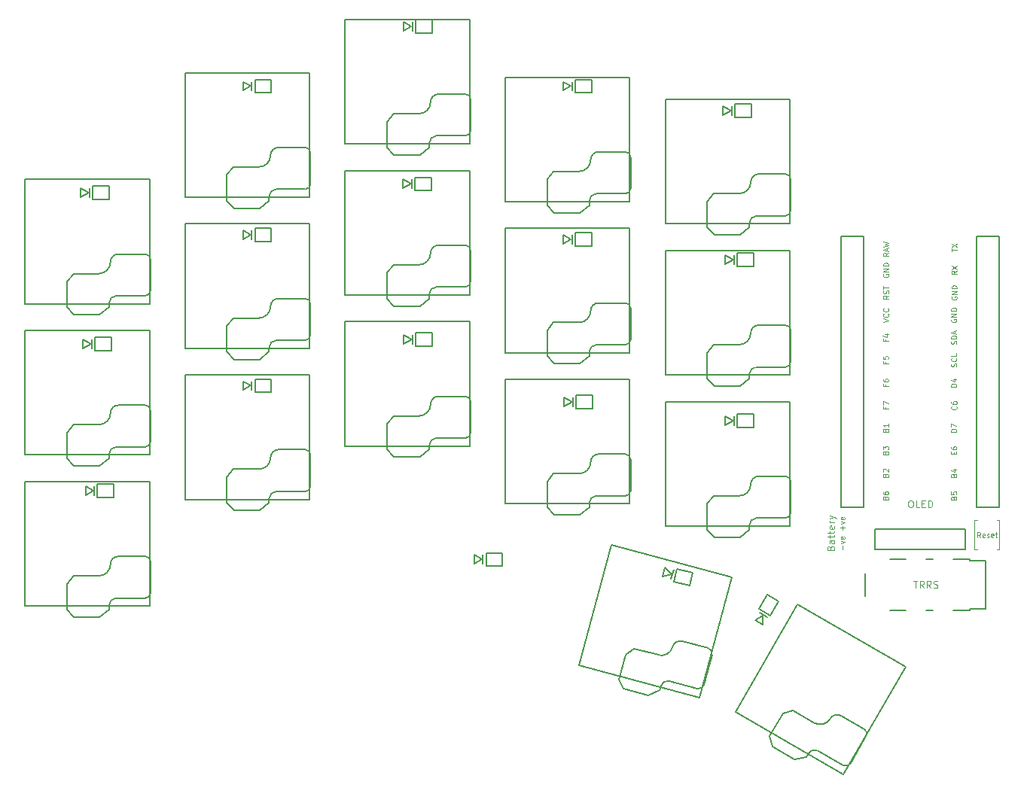
<source format=gto>
G04 #@! TF.GenerationSoftware,KiCad,Pcbnew,7.0.6*
G04 #@! TF.CreationDate,2023-08-12T13:21:48+01:00*
G04 #@! TF.ProjectId,ferris_sweep,66657272-6973-45f7-9377-6565702e6b69,0.1*
G04 #@! TF.SameCoordinates,Original*
G04 #@! TF.FileFunction,Legend,Top*
G04 #@! TF.FilePolarity,Positive*
%FSLAX46Y46*%
G04 Gerber Fmt 4.6, Leading zero omitted, Abs format (unit mm)*
G04 Created by KiCad (PCBNEW 7.0.6) date 2023-08-12 13:21:48*
%MOMM*%
%LPD*%
G01*
G04 APERTURE LIST*
%ADD10C,0.080000*%
%ADD11C,0.100000*%
%ADD12C,0.150000*%
%ADD13C,0.120000*%
G04 APERTURE END LIST*
D10*
X171637177Y-120526230D02*
X171437177Y-120240516D01*
X171294320Y-120526230D02*
X171294320Y-119926230D01*
X171294320Y-119926230D02*
X171522891Y-119926230D01*
X171522891Y-119926230D02*
X171580034Y-119954801D01*
X171580034Y-119954801D02*
X171608605Y-119983373D01*
X171608605Y-119983373D02*
X171637177Y-120040516D01*
X171637177Y-120040516D02*
X171637177Y-120126230D01*
X171637177Y-120126230D02*
X171608605Y-120183373D01*
X171608605Y-120183373D02*
X171580034Y-120211944D01*
X171580034Y-120211944D02*
X171522891Y-120240516D01*
X171522891Y-120240516D02*
X171294320Y-120240516D01*
X172122891Y-120497659D02*
X172065748Y-120526230D01*
X172065748Y-120526230D02*
X171951463Y-120526230D01*
X171951463Y-120526230D02*
X171894320Y-120497659D01*
X171894320Y-120497659D02*
X171865748Y-120440516D01*
X171865748Y-120440516D02*
X171865748Y-120211944D01*
X171865748Y-120211944D02*
X171894320Y-120154801D01*
X171894320Y-120154801D02*
X171951463Y-120126230D01*
X171951463Y-120126230D02*
X172065748Y-120126230D01*
X172065748Y-120126230D02*
X172122891Y-120154801D01*
X172122891Y-120154801D02*
X172151463Y-120211944D01*
X172151463Y-120211944D02*
X172151463Y-120269087D01*
X172151463Y-120269087D02*
X171865748Y-120326230D01*
X172380034Y-120497659D02*
X172437177Y-120526230D01*
X172437177Y-120526230D02*
X172551463Y-120526230D01*
X172551463Y-120526230D02*
X172608606Y-120497659D01*
X172608606Y-120497659D02*
X172637177Y-120440516D01*
X172637177Y-120440516D02*
X172637177Y-120411944D01*
X172637177Y-120411944D02*
X172608606Y-120354801D01*
X172608606Y-120354801D02*
X172551463Y-120326230D01*
X172551463Y-120326230D02*
X172465749Y-120326230D01*
X172465749Y-120326230D02*
X172408606Y-120297659D01*
X172408606Y-120297659D02*
X172380034Y-120240516D01*
X172380034Y-120240516D02*
X172380034Y-120211944D01*
X172380034Y-120211944D02*
X172408606Y-120154801D01*
X172408606Y-120154801D02*
X172465749Y-120126230D01*
X172465749Y-120126230D02*
X172551463Y-120126230D01*
X172551463Y-120126230D02*
X172608606Y-120154801D01*
X173122891Y-120497659D02*
X173065748Y-120526230D01*
X173065748Y-120526230D02*
X172951463Y-120526230D01*
X172951463Y-120526230D02*
X172894320Y-120497659D01*
X172894320Y-120497659D02*
X172865748Y-120440516D01*
X172865748Y-120440516D02*
X172865748Y-120211944D01*
X172865748Y-120211944D02*
X172894320Y-120154801D01*
X172894320Y-120154801D02*
X172951463Y-120126230D01*
X172951463Y-120126230D02*
X173065748Y-120126230D01*
X173065748Y-120126230D02*
X173122891Y-120154801D01*
X173122891Y-120154801D02*
X173151463Y-120211944D01*
X173151463Y-120211944D02*
X173151463Y-120269087D01*
X173151463Y-120269087D02*
X172865748Y-120326230D01*
X173322891Y-120126230D02*
X173551463Y-120126230D01*
X173408606Y-119926230D02*
X173408606Y-120440516D01*
X173408606Y-120440516D02*
X173437177Y-120497659D01*
X173437177Y-120497659D02*
X173494320Y-120526230D01*
X173494320Y-120526230D02*
X173551463Y-120526230D01*
X168398127Y-95953269D02*
X168369556Y-96010412D01*
X168369556Y-96010412D02*
X168369556Y-96096126D01*
X168369556Y-96096126D02*
X168398127Y-96181840D01*
X168398127Y-96181840D02*
X168455270Y-96238983D01*
X168455270Y-96238983D02*
X168512413Y-96267554D01*
X168512413Y-96267554D02*
X168626699Y-96296126D01*
X168626699Y-96296126D02*
X168712413Y-96296126D01*
X168712413Y-96296126D02*
X168826699Y-96267554D01*
X168826699Y-96267554D02*
X168883842Y-96238983D01*
X168883842Y-96238983D02*
X168940985Y-96181840D01*
X168940985Y-96181840D02*
X168969556Y-96096126D01*
X168969556Y-96096126D02*
X168969556Y-96038983D01*
X168969556Y-96038983D02*
X168940985Y-95953269D01*
X168940985Y-95953269D02*
X168912413Y-95924697D01*
X168912413Y-95924697D02*
X168712413Y-95924697D01*
X168712413Y-95924697D02*
X168712413Y-96038983D01*
X168969556Y-95667554D02*
X168369556Y-95667554D01*
X168369556Y-95667554D02*
X168969556Y-95324697D01*
X168969556Y-95324697D02*
X168369556Y-95324697D01*
X168969556Y-95038983D02*
X168369556Y-95038983D01*
X168369556Y-95038983D02*
X168369556Y-94896126D01*
X168369556Y-94896126D02*
X168398127Y-94810412D01*
X168398127Y-94810412D02*
X168455270Y-94753269D01*
X168455270Y-94753269D02*
X168512413Y-94724698D01*
X168512413Y-94724698D02*
X168626699Y-94696126D01*
X168626699Y-94696126D02*
X168712413Y-94696126D01*
X168712413Y-94696126D02*
X168826699Y-94724698D01*
X168826699Y-94724698D02*
X168883842Y-94753269D01*
X168883842Y-94753269D02*
X168940985Y-94810412D01*
X168940985Y-94810412D02*
X168969556Y-94896126D01*
X168969556Y-94896126D02*
X168969556Y-95038983D01*
X168965569Y-108634971D02*
X168365569Y-108634971D01*
X168365569Y-108634971D02*
X168365569Y-108492114D01*
X168365569Y-108492114D02*
X168394140Y-108406400D01*
X168394140Y-108406400D02*
X168451283Y-108349257D01*
X168451283Y-108349257D02*
X168508426Y-108320686D01*
X168508426Y-108320686D02*
X168622712Y-108292114D01*
X168622712Y-108292114D02*
X168708426Y-108292114D01*
X168708426Y-108292114D02*
X168822712Y-108320686D01*
X168822712Y-108320686D02*
X168879855Y-108349257D01*
X168879855Y-108349257D02*
X168936998Y-108406400D01*
X168936998Y-108406400D02*
X168965569Y-108492114D01*
X168965569Y-108492114D02*
X168965569Y-108634971D01*
X168365569Y-108092114D02*
X168365569Y-107692114D01*
X168365569Y-107692114D02*
X168965569Y-107949257D01*
X160992448Y-108433444D02*
X161021020Y-108347730D01*
X161021020Y-108347730D02*
X161049591Y-108319159D01*
X161049591Y-108319159D02*
X161106734Y-108290587D01*
X161106734Y-108290587D02*
X161192448Y-108290587D01*
X161192448Y-108290587D02*
X161249591Y-108319159D01*
X161249591Y-108319159D02*
X161278163Y-108347730D01*
X161278163Y-108347730D02*
X161306734Y-108404873D01*
X161306734Y-108404873D02*
X161306734Y-108633444D01*
X161306734Y-108633444D02*
X160706734Y-108633444D01*
X160706734Y-108633444D02*
X160706734Y-108433444D01*
X160706734Y-108433444D02*
X160735305Y-108376302D01*
X160735305Y-108376302D02*
X160763877Y-108347730D01*
X160763877Y-108347730D02*
X160821020Y-108319159D01*
X160821020Y-108319159D02*
X160878163Y-108319159D01*
X160878163Y-108319159D02*
X160935305Y-108347730D01*
X160935305Y-108347730D02*
X160963877Y-108376302D01*
X160963877Y-108376302D02*
X160992448Y-108433444D01*
X160992448Y-108433444D02*
X160992448Y-108633444D01*
X161306734Y-107719159D02*
X161306734Y-108062016D01*
X161306734Y-107890587D02*
X160706734Y-107890587D01*
X160706734Y-107890587D02*
X160792448Y-107947730D01*
X160792448Y-107947730D02*
X160849591Y-108004873D01*
X160849591Y-108004873D02*
X160878163Y-108062016D01*
X168934191Y-101285307D02*
X168962762Y-101199593D01*
X168962762Y-101199593D02*
X168962762Y-101056735D01*
X168962762Y-101056735D02*
X168934191Y-100999593D01*
X168934191Y-100999593D02*
X168905619Y-100971021D01*
X168905619Y-100971021D02*
X168848476Y-100942450D01*
X168848476Y-100942450D02*
X168791333Y-100942450D01*
X168791333Y-100942450D02*
X168734191Y-100971021D01*
X168734191Y-100971021D02*
X168705619Y-100999593D01*
X168705619Y-100999593D02*
X168677048Y-101056735D01*
X168677048Y-101056735D02*
X168648476Y-101171021D01*
X168648476Y-101171021D02*
X168619905Y-101228164D01*
X168619905Y-101228164D02*
X168591333Y-101256735D01*
X168591333Y-101256735D02*
X168534191Y-101285307D01*
X168534191Y-101285307D02*
X168477048Y-101285307D01*
X168477048Y-101285307D02*
X168419905Y-101256735D01*
X168419905Y-101256735D02*
X168391333Y-101228164D01*
X168391333Y-101228164D02*
X168362762Y-101171021D01*
X168362762Y-101171021D02*
X168362762Y-101028164D01*
X168362762Y-101028164D02*
X168391333Y-100942450D01*
X168905619Y-100342449D02*
X168934191Y-100371021D01*
X168934191Y-100371021D02*
X168962762Y-100456735D01*
X168962762Y-100456735D02*
X168962762Y-100513878D01*
X168962762Y-100513878D02*
X168934191Y-100599592D01*
X168934191Y-100599592D02*
X168877048Y-100656735D01*
X168877048Y-100656735D02*
X168819905Y-100685306D01*
X168819905Y-100685306D02*
X168705619Y-100713878D01*
X168705619Y-100713878D02*
X168619905Y-100713878D01*
X168619905Y-100713878D02*
X168505619Y-100685306D01*
X168505619Y-100685306D02*
X168448476Y-100656735D01*
X168448476Y-100656735D02*
X168391333Y-100599592D01*
X168391333Y-100599592D02*
X168362762Y-100513878D01*
X168362762Y-100513878D02*
X168362762Y-100456735D01*
X168362762Y-100456735D02*
X168391333Y-100371021D01*
X168391333Y-100371021D02*
X168419905Y-100342449D01*
X168962762Y-99799592D02*
X168962762Y-100085306D01*
X168962762Y-100085306D02*
X168362762Y-100085306D01*
X168644489Y-116049866D02*
X168673061Y-115964152D01*
X168673061Y-115964152D02*
X168701632Y-115935581D01*
X168701632Y-115935581D02*
X168758775Y-115907009D01*
X168758775Y-115907009D02*
X168844489Y-115907009D01*
X168844489Y-115907009D02*
X168901632Y-115935581D01*
X168901632Y-115935581D02*
X168930204Y-115964152D01*
X168930204Y-115964152D02*
X168958775Y-116021295D01*
X168958775Y-116021295D02*
X168958775Y-116249866D01*
X168958775Y-116249866D02*
X168358775Y-116249866D01*
X168358775Y-116249866D02*
X168358775Y-116049866D01*
X168358775Y-116049866D02*
X168387346Y-115992724D01*
X168387346Y-115992724D02*
X168415918Y-115964152D01*
X168415918Y-115964152D02*
X168473061Y-115935581D01*
X168473061Y-115935581D02*
X168530204Y-115935581D01*
X168530204Y-115935581D02*
X168587346Y-115964152D01*
X168587346Y-115964152D02*
X168615918Y-115992724D01*
X168615918Y-115992724D02*
X168644489Y-116049866D01*
X168644489Y-116049866D02*
X168644489Y-116249866D01*
X168358775Y-115364152D02*
X168358775Y-115649866D01*
X168358775Y-115649866D02*
X168644489Y-115678438D01*
X168644489Y-115678438D02*
X168615918Y-115649866D01*
X168615918Y-115649866D02*
X168587346Y-115592724D01*
X168587346Y-115592724D02*
X168587346Y-115449866D01*
X168587346Y-115449866D02*
X168615918Y-115392724D01*
X168615918Y-115392724D02*
X168644489Y-115364152D01*
X168644489Y-115364152D02*
X168701632Y-115335581D01*
X168701632Y-115335581D02*
X168844489Y-115335581D01*
X168844489Y-115335581D02*
X168901632Y-115364152D01*
X168901632Y-115364152D02*
X168930204Y-115392724D01*
X168930204Y-115392724D02*
X168958775Y-115449866D01*
X168958775Y-115449866D02*
X168958775Y-115592724D01*
X168958775Y-115592724D02*
X168930204Y-115649866D01*
X168930204Y-115649866D02*
X168901632Y-115678438D01*
X160985654Y-113508339D02*
X161014226Y-113422625D01*
X161014226Y-113422625D02*
X161042797Y-113394054D01*
X161042797Y-113394054D02*
X161099940Y-113365482D01*
X161099940Y-113365482D02*
X161185654Y-113365482D01*
X161185654Y-113365482D02*
X161242797Y-113394054D01*
X161242797Y-113394054D02*
X161271369Y-113422625D01*
X161271369Y-113422625D02*
X161299940Y-113479768D01*
X161299940Y-113479768D02*
X161299940Y-113708339D01*
X161299940Y-113708339D02*
X160699940Y-113708339D01*
X160699940Y-113708339D02*
X160699940Y-113508339D01*
X160699940Y-113508339D02*
X160728511Y-113451197D01*
X160728511Y-113451197D02*
X160757083Y-113422625D01*
X160757083Y-113422625D02*
X160814226Y-113394054D01*
X160814226Y-113394054D02*
X160871369Y-113394054D01*
X160871369Y-113394054D02*
X160928511Y-113422625D01*
X160928511Y-113422625D02*
X160957083Y-113451197D01*
X160957083Y-113451197D02*
X160985654Y-113508339D01*
X160985654Y-113508339D02*
X160985654Y-113708339D01*
X160757083Y-113136911D02*
X160728511Y-113108339D01*
X160728511Y-113108339D02*
X160699940Y-113051197D01*
X160699940Y-113051197D02*
X160699940Y-112908339D01*
X160699940Y-112908339D02*
X160728511Y-112851197D01*
X160728511Y-112851197D02*
X160757083Y-112822625D01*
X160757083Y-112822625D02*
X160814226Y-112794054D01*
X160814226Y-112794054D02*
X160871369Y-112794054D01*
X160871369Y-112794054D02*
X160957083Y-112822625D01*
X160957083Y-112822625D02*
X161299940Y-113165482D01*
X161299940Y-113165482D02*
X161299940Y-112794054D01*
X161010641Y-105860069D02*
X161010641Y-106060069D01*
X161324927Y-106060069D02*
X160724927Y-106060069D01*
X160724927Y-106060069D02*
X160724927Y-105774355D01*
X160724927Y-105602926D02*
X160724927Y-105202926D01*
X160724927Y-105202926D02*
X161324927Y-105460069D01*
X168389670Y-88350365D02*
X168389670Y-88007508D01*
X168989670Y-88178936D02*
X168389670Y-88178936D01*
X168389670Y-87864650D02*
X168989670Y-87464650D01*
X168389670Y-87464650D02*
X168989670Y-87864650D01*
X168651283Y-111146400D02*
X168651283Y-110946400D01*
X168965569Y-110860686D02*
X168965569Y-111146400D01*
X168965569Y-111146400D02*
X168365569Y-111146400D01*
X168365569Y-111146400D02*
X168365569Y-110860686D01*
X168365569Y-110346401D02*
X168365569Y-110460686D01*
X168365569Y-110460686D02*
X168394140Y-110517829D01*
X168394140Y-110517829D02*
X168422712Y-110546401D01*
X168422712Y-110546401D02*
X168508426Y-110603543D01*
X168508426Y-110603543D02*
X168622712Y-110632115D01*
X168622712Y-110632115D02*
X168851283Y-110632115D01*
X168851283Y-110632115D02*
X168908426Y-110603543D01*
X168908426Y-110603543D02*
X168936998Y-110574972D01*
X168936998Y-110574972D02*
X168965569Y-110517829D01*
X168965569Y-110517829D02*
X168965569Y-110403543D01*
X168965569Y-110403543D02*
X168936998Y-110346401D01*
X168936998Y-110346401D02*
X168908426Y-110317829D01*
X168908426Y-110317829D02*
X168851283Y-110289258D01*
X168851283Y-110289258D02*
X168708426Y-110289258D01*
X168708426Y-110289258D02*
X168651283Y-110317829D01*
X168651283Y-110317829D02*
X168622712Y-110346401D01*
X168622712Y-110346401D02*
X168594140Y-110403543D01*
X168594140Y-110403543D02*
X168594140Y-110517829D01*
X168594140Y-110517829D02*
X168622712Y-110574972D01*
X168622712Y-110574972D02*
X168651283Y-110603543D01*
X168651283Y-110603543D02*
X168708426Y-110632115D01*
X161337670Y-93301793D02*
X161051956Y-93501793D01*
X161337670Y-93644650D02*
X160737670Y-93644650D01*
X160737670Y-93644650D02*
X160737670Y-93416079D01*
X160737670Y-93416079D02*
X160766241Y-93358936D01*
X160766241Y-93358936D02*
X160794813Y-93330365D01*
X160794813Y-93330365D02*
X160851956Y-93301793D01*
X160851956Y-93301793D02*
X160937670Y-93301793D01*
X160937670Y-93301793D02*
X160994813Y-93330365D01*
X160994813Y-93330365D02*
X161023384Y-93358936D01*
X161023384Y-93358936D02*
X161051956Y-93416079D01*
X161051956Y-93416079D02*
X161051956Y-93644650D01*
X161309099Y-93073222D02*
X161337670Y-92987508D01*
X161337670Y-92987508D02*
X161337670Y-92844650D01*
X161337670Y-92844650D02*
X161309099Y-92787508D01*
X161309099Y-92787508D02*
X161280527Y-92758936D01*
X161280527Y-92758936D02*
X161223384Y-92730365D01*
X161223384Y-92730365D02*
X161166241Y-92730365D01*
X161166241Y-92730365D02*
X161109099Y-92758936D01*
X161109099Y-92758936D02*
X161080527Y-92787508D01*
X161080527Y-92787508D02*
X161051956Y-92844650D01*
X161051956Y-92844650D02*
X161023384Y-92958936D01*
X161023384Y-92958936D02*
X160994813Y-93016079D01*
X160994813Y-93016079D02*
X160966241Y-93044650D01*
X160966241Y-93044650D02*
X160909099Y-93073222D01*
X160909099Y-93073222D02*
X160851956Y-93073222D01*
X160851956Y-93073222D02*
X160794813Y-93044650D01*
X160794813Y-93044650D02*
X160766241Y-93016079D01*
X160766241Y-93016079D02*
X160737670Y-92958936D01*
X160737670Y-92958936D02*
X160737670Y-92816079D01*
X160737670Y-92816079D02*
X160766241Y-92730365D01*
X160737670Y-92558936D02*
X160737670Y-92216079D01*
X161337670Y-92387507D02*
X160737670Y-92387507D01*
X168644489Y-113509866D02*
X168673061Y-113424152D01*
X168673061Y-113424152D02*
X168701632Y-113395581D01*
X168701632Y-113395581D02*
X168758775Y-113367009D01*
X168758775Y-113367009D02*
X168844489Y-113367009D01*
X168844489Y-113367009D02*
X168901632Y-113395581D01*
X168901632Y-113395581D02*
X168930204Y-113424152D01*
X168930204Y-113424152D02*
X168958775Y-113481295D01*
X168958775Y-113481295D02*
X168958775Y-113709866D01*
X168958775Y-113709866D02*
X168358775Y-113709866D01*
X168358775Y-113709866D02*
X168358775Y-113509866D01*
X168358775Y-113509866D02*
X168387346Y-113452724D01*
X168387346Y-113452724D02*
X168415918Y-113424152D01*
X168415918Y-113424152D02*
X168473061Y-113395581D01*
X168473061Y-113395581D02*
X168530204Y-113395581D01*
X168530204Y-113395581D02*
X168587346Y-113424152D01*
X168587346Y-113424152D02*
X168615918Y-113452724D01*
X168615918Y-113452724D02*
X168644489Y-113509866D01*
X168644489Y-113509866D02*
X168644489Y-113709866D01*
X168558775Y-112852724D02*
X168958775Y-112852724D01*
X168330204Y-112995581D02*
X168758775Y-113138438D01*
X168758775Y-113138438D02*
X168758775Y-112767009D01*
X168926619Y-105761596D02*
X168955191Y-105790168D01*
X168955191Y-105790168D02*
X168983762Y-105875882D01*
X168983762Y-105875882D02*
X168983762Y-105933025D01*
X168983762Y-105933025D02*
X168955191Y-106018739D01*
X168955191Y-106018739D02*
X168898048Y-106075882D01*
X168898048Y-106075882D02*
X168840905Y-106104453D01*
X168840905Y-106104453D02*
X168726619Y-106133025D01*
X168726619Y-106133025D02*
X168640905Y-106133025D01*
X168640905Y-106133025D02*
X168526619Y-106104453D01*
X168526619Y-106104453D02*
X168469476Y-106075882D01*
X168469476Y-106075882D02*
X168412333Y-106018739D01*
X168412333Y-106018739D02*
X168383762Y-105933025D01*
X168383762Y-105933025D02*
X168383762Y-105875882D01*
X168383762Y-105875882D02*
X168412333Y-105790168D01*
X168412333Y-105790168D02*
X168440905Y-105761596D01*
X168383762Y-105247311D02*
X168383762Y-105361596D01*
X168383762Y-105361596D02*
X168412333Y-105418739D01*
X168412333Y-105418739D02*
X168440905Y-105447311D01*
X168440905Y-105447311D02*
X168526619Y-105504453D01*
X168526619Y-105504453D02*
X168640905Y-105533025D01*
X168640905Y-105533025D02*
X168869476Y-105533025D01*
X168869476Y-105533025D02*
X168926619Y-105504453D01*
X168926619Y-105504453D02*
X168955191Y-105475882D01*
X168955191Y-105475882D02*
X168983762Y-105418739D01*
X168983762Y-105418739D02*
X168983762Y-105304453D01*
X168983762Y-105304453D02*
X168955191Y-105247311D01*
X168955191Y-105247311D02*
X168926619Y-105218739D01*
X168926619Y-105218739D02*
X168869476Y-105190168D01*
X168869476Y-105190168D02*
X168726619Y-105190168D01*
X168726619Y-105190168D02*
X168669476Y-105218739D01*
X168669476Y-105218739D02*
X168640905Y-105247311D01*
X168640905Y-105247311D02*
X168612333Y-105304453D01*
X168612333Y-105304453D02*
X168612333Y-105418739D01*
X168612333Y-105418739D02*
X168640905Y-105475882D01*
X168640905Y-105475882D02*
X168669476Y-105504453D01*
X168669476Y-105504453D02*
X168726619Y-105533025D01*
X168940985Y-98764698D02*
X168969556Y-98678984D01*
X168969556Y-98678984D02*
X168969556Y-98536126D01*
X168969556Y-98536126D02*
X168940985Y-98478984D01*
X168940985Y-98478984D02*
X168912413Y-98450412D01*
X168912413Y-98450412D02*
X168855270Y-98421841D01*
X168855270Y-98421841D02*
X168798127Y-98421841D01*
X168798127Y-98421841D02*
X168740985Y-98450412D01*
X168740985Y-98450412D02*
X168712413Y-98478984D01*
X168712413Y-98478984D02*
X168683842Y-98536126D01*
X168683842Y-98536126D02*
X168655270Y-98650412D01*
X168655270Y-98650412D02*
X168626699Y-98707555D01*
X168626699Y-98707555D02*
X168598127Y-98736126D01*
X168598127Y-98736126D02*
X168540985Y-98764698D01*
X168540985Y-98764698D02*
X168483842Y-98764698D01*
X168483842Y-98764698D02*
X168426699Y-98736126D01*
X168426699Y-98736126D02*
X168398127Y-98707555D01*
X168398127Y-98707555D02*
X168369556Y-98650412D01*
X168369556Y-98650412D02*
X168369556Y-98507555D01*
X168369556Y-98507555D02*
X168398127Y-98421841D01*
X168969556Y-98164697D02*
X168369556Y-98164697D01*
X168369556Y-98164697D02*
X168369556Y-98021840D01*
X168369556Y-98021840D02*
X168398127Y-97936126D01*
X168398127Y-97936126D02*
X168455270Y-97878983D01*
X168455270Y-97878983D02*
X168512413Y-97850412D01*
X168512413Y-97850412D02*
X168626699Y-97821840D01*
X168626699Y-97821840D02*
X168712413Y-97821840D01*
X168712413Y-97821840D02*
X168826699Y-97850412D01*
X168826699Y-97850412D02*
X168883842Y-97878983D01*
X168883842Y-97878983D02*
X168940985Y-97936126D01*
X168940985Y-97936126D02*
X168969556Y-98021840D01*
X168969556Y-98021840D02*
X168969556Y-98164697D01*
X168798127Y-97593269D02*
X168798127Y-97307555D01*
X168969556Y-97650412D02*
X168369556Y-97450412D01*
X168369556Y-97450412D02*
X168969556Y-97250412D01*
X160989641Y-100769494D02*
X160989641Y-100969494D01*
X161303927Y-100969494D02*
X160703927Y-100969494D01*
X160703927Y-100969494D02*
X160703927Y-100683780D01*
X160703927Y-100169494D02*
X160703927Y-100455208D01*
X160703927Y-100455208D02*
X160989641Y-100483780D01*
X160989641Y-100483780D02*
X160961070Y-100455208D01*
X160961070Y-100455208D02*
X160932498Y-100398066D01*
X160932498Y-100398066D02*
X160932498Y-100255208D01*
X160932498Y-100255208D02*
X160961070Y-100198066D01*
X160961070Y-100198066D02*
X160989641Y-100169494D01*
X160989641Y-100169494D02*
X161046784Y-100140923D01*
X161046784Y-100140923D02*
X161189641Y-100140923D01*
X161189641Y-100140923D02*
X161246784Y-100169494D01*
X161246784Y-100169494D02*
X161275356Y-100198066D01*
X161275356Y-100198066D02*
X161303927Y-100255208D01*
X161303927Y-100255208D02*
X161303927Y-100398066D01*
X161303927Y-100398066D02*
X161275356Y-100455208D01*
X161275356Y-100455208D02*
X161246784Y-100483780D01*
X168425076Y-93431891D02*
X168396505Y-93489034D01*
X168396505Y-93489034D02*
X168396505Y-93574748D01*
X168396505Y-93574748D02*
X168425076Y-93660462D01*
X168425076Y-93660462D02*
X168482219Y-93717605D01*
X168482219Y-93717605D02*
X168539362Y-93746176D01*
X168539362Y-93746176D02*
X168653648Y-93774748D01*
X168653648Y-93774748D02*
X168739362Y-93774748D01*
X168739362Y-93774748D02*
X168853648Y-93746176D01*
X168853648Y-93746176D02*
X168910791Y-93717605D01*
X168910791Y-93717605D02*
X168967934Y-93660462D01*
X168967934Y-93660462D02*
X168996505Y-93574748D01*
X168996505Y-93574748D02*
X168996505Y-93517605D01*
X168996505Y-93517605D02*
X168967934Y-93431891D01*
X168967934Y-93431891D02*
X168939362Y-93403319D01*
X168939362Y-93403319D02*
X168739362Y-93403319D01*
X168739362Y-93403319D02*
X168739362Y-93517605D01*
X168996505Y-93146176D02*
X168396505Y-93146176D01*
X168396505Y-93146176D02*
X168996505Y-92803319D01*
X168996505Y-92803319D02*
X168396505Y-92803319D01*
X168996505Y-92517605D02*
X168396505Y-92517605D01*
X168396505Y-92517605D02*
X168396505Y-92374748D01*
X168396505Y-92374748D02*
X168425076Y-92289034D01*
X168425076Y-92289034D02*
X168482219Y-92231891D01*
X168482219Y-92231891D02*
X168539362Y-92203320D01*
X168539362Y-92203320D02*
X168653648Y-92174748D01*
X168653648Y-92174748D02*
X168739362Y-92174748D01*
X168739362Y-92174748D02*
X168853648Y-92203320D01*
X168853648Y-92203320D02*
X168910791Y-92231891D01*
X168910791Y-92231891D02*
X168967934Y-92289034D01*
X168967934Y-92289034D02*
X168996505Y-92374748D01*
X168996505Y-92374748D02*
X168996505Y-92517605D01*
X160996435Y-98234599D02*
X160996435Y-98434599D01*
X161310721Y-98434599D02*
X160710721Y-98434599D01*
X160710721Y-98434599D02*
X160710721Y-98148885D01*
X160910721Y-97663171D02*
X161310721Y-97663171D01*
X160682150Y-97806028D02*
X161110721Y-97948885D01*
X161110721Y-97948885D02*
X161110721Y-97577456D01*
X160766241Y-90890364D02*
X160737670Y-90947507D01*
X160737670Y-90947507D02*
X160737670Y-91033221D01*
X160737670Y-91033221D02*
X160766241Y-91118935D01*
X160766241Y-91118935D02*
X160823384Y-91176078D01*
X160823384Y-91176078D02*
X160880527Y-91204649D01*
X160880527Y-91204649D02*
X160994813Y-91233221D01*
X160994813Y-91233221D02*
X161080527Y-91233221D01*
X161080527Y-91233221D02*
X161194813Y-91204649D01*
X161194813Y-91204649D02*
X161251956Y-91176078D01*
X161251956Y-91176078D02*
X161309099Y-91118935D01*
X161309099Y-91118935D02*
X161337670Y-91033221D01*
X161337670Y-91033221D02*
X161337670Y-90976078D01*
X161337670Y-90976078D02*
X161309099Y-90890364D01*
X161309099Y-90890364D02*
X161280527Y-90861792D01*
X161280527Y-90861792D02*
X161080527Y-90861792D01*
X161080527Y-90861792D02*
X161080527Y-90976078D01*
X161337670Y-90604649D02*
X160737670Y-90604649D01*
X160737670Y-90604649D02*
X161337670Y-90261792D01*
X161337670Y-90261792D02*
X160737670Y-90261792D01*
X161337670Y-89976078D02*
X160737670Y-89976078D01*
X160737670Y-89976078D02*
X160737670Y-89833221D01*
X160737670Y-89833221D02*
X160766241Y-89747507D01*
X160766241Y-89747507D02*
X160823384Y-89690364D01*
X160823384Y-89690364D02*
X160880527Y-89661793D01*
X160880527Y-89661793D02*
X160994813Y-89633221D01*
X160994813Y-89633221D02*
X161080527Y-89633221D01*
X161080527Y-89633221D02*
X161194813Y-89661793D01*
X161194813Y-89661793D02*
X161251956Y-89690364D01*
X161251956Y-89690364D02*
X161309099Y-89747507D01*
X161309099Y-89747507D02*
X161337670Y-89833221D01*
X161337670Y-89833221D02*
X161337670Y-89976078D01*
X160989641Y-103309494D02*
X160989641Y-103509494D01*
X161303927Y-103509494D02*
X160703927Y-103509494D01*
X160703927Y-103509494D02*
X160703927Y-103223780D01*
X160703927Y-102738066D02*
X160703927Y-102852351D01*
X160703927Y-102852351D02*
X160732498Y-102909494D01*
X160732498Y-102909494D02*
X160761070Y-102938066D01*
X160761070Y-102938066D02*
X160846784Y-102995208D01*
X160846784Y-102995208D02*
X160961070Y-103023780D01*
X160961070Y-103023780D02*
X161189641Y-103023780D01*
X161189641Y-103023780D02*
X161246784Y-102995208D01*
X161246784Y-102995208D02*
X161275356Y-102966637D01*
X161275356Y-102966637D02*
X161303927Y-102909494D01*
X161303927Y-102909494D02*
X161303927Y-102795208D01*
X161303927Y-102795208D02*
X161275356Y-102738066D01*
X161275356Y-102738066D02*
X161246784Y-102709494D01*
X161246784Y-102709494D02*
X161189641Y-102680923D01*
X161189641Y-102680923D02*
X161046784Y-102680923D01*
X161046784Y-102680923D02*
X160989641Y-102709494D01*
X160989641Y-102709494D02*
X160961070Y-102738066D01*
X160961070Y-102738066D02*
X160932498Y-102795208D01*
X160932498Y-102795208D02*
X160932498Y-102909494D01*
X160932498Y-102909494D02*
X160961070Y-102966637D01*
X160961070Y-102966637D02*
X160989641Y-102995208D01*
X160989641Y-102995208D02*
X161046784Y-103023780D01*
X161337670Y-88507507D02*
X161051956Y-88707507D01*
X161337670Y-88850364D02*
X160737670Y-88850364D01*
X160737670Y-88850364D02*
X160737670Y-88621793D01*
X160737670Y-88621793D02*
X160766241Y-88564650D01*
X160766241Y-88564650D02*
X160794813Y-88536079D01*
X160794813Y-88536079D02*
X160851956Y-88507507D01*
X160851956Y-88507507D02*
X160937670Y-88507507D01*
X160937670Y-88507507D02*
X160994813Y-88536079D01*
X160994813Y-88536079D02*
X161023384Y-88564650D01*
X161023384Y-88564650D02*
X161051956Y-88621793D01*
X161051956Y-88621793D02*
X161051956Y-88850364D01*
X161166241Y-88278936D02*
X161166241Y-87993222D01*
X161337670Y-88336079D02*
X160737670Y-88136079D01*
X160737670Y-88136079D02*
X161337670Y-87936079D01*
X160737670Y-87793221D02*
X161337670Y-87650364D01*
X161337670Y-87650364D02*
X160909099Y-87536078D01*
X160909099Y-87536078D02*
X161337670Y-87421793D01*
X161337670Y-87421793D02*
X160737670Y-87278936D01*
X160710721Y-96294600D02*
X161310721Y-96094600D01*
X161310721Y-96094600D02*
X160710721Y-95894600D01*
X161253578Y-95351742D02*
X161282150Y-95380314D01*
X161282150Y-95380314D02*
X161310721Y-95466028D01*
X161310721Y-95466028D02*
X161310721Y-95523171D01*
X161310721Y-95523171D02*
X161282150Y-95608885D01*
X161282150Y-95608885D02*
X161225007Y-95666028D01*
X161225007Y-95666028D02*
X161167864Y-95694599D01*
X161167864Y-95694599D02*
X161053578Y-95723171D01*
X161053578Y-95723171D02*
X160967864Y-95723171D01*
X160967864Y-95723171D02*
X160853578Y-95694599D01*
X160853578Y-95694599D02*
X160796435Y-95666028D01*
X160796435Y-95666028D02*
X160739292Y-95608885D01*
X160739292Y-95608885D02*
X160710721Y-95523171D01*
X160710721Y-95523171D02*
X160710721Y-95466028D01*
X160710721Y-95466028D02*
X160739292Y-95380314D01*
X160739292Y-95380314D02*
X160767864Y-95351742D01*
X161253578Y-94751742D02*
X161282150Y-94780314D01*
X161282150Y-94780314D02*
X161310721Y-94866028D01*
X161310721Y-94866028D02*
X161310721Y-94923171D01*
X161310721Y-94923171D02*
X161282150Y-95008885D01*
X161282150Y-95008885D02*
X161225007Y-95066028D01*
X161225007Y-95066028D02*
X161167864Y-95094599D01*
X161167864Y-95094599D02*
X161053578Y-95123171D01*
X161053578Y-95123171D02*
X160967864Y-95123171D01*
X160967864Y-95123171D02*
X160853578Y-95094599D01*
X160853578Y-95094599D02*
X160796435Y-95066028D01*
X160796435Y-95066028D02*
X160739292Y-95008885D01*
X160739292Y-95008885D02*
X160710721Y-94923171D01*
X160710721Y-94923171D02*
X160710721Y-94866028D01*
X160710721Y-94866028D02*
X160739292Y-94780314D01*
X160739292Y-94780314D02*
X160767864Y-94751742D01*
X160992448Y-110973444D02*
X161021020Y-110887730D01*
X161021020Y-110887730D02*
X161049591Y-110859159D01*
X161049591Y-110859159D02*
X161106734Y-110830587D01*
X161106734Y-110830587D02*
X161192448Y-110830587D01*
X161192448Y-110830587D02*
X161249591Y-110859159D01*
X161249591Y-110859159D02*
X161278163Y-110887730D01*
X161278163Y-110887730D02*
X161306734Y-110944873D01*
X161306734Y-110944873D02*
X161306734Y-111173444D01*
X161306734Y-111173444D02*
X160706734Y-111173444D01*
X160706734Y-111173444D02*
X160706734Y-110973444D01*
X160706734Y-110973444D02*
X160735305Y-110916302D01*
X160735305Y-110916302D02*
X160763877Y-110887730D01*
X160763877Y-110887730D02*
X160821020Y-110859159D01*
X160821020Y-110859159D02*
X160878163Y-110859159D01*
X160878163Y-110859159D02*
X160935305Y-110887730D01*
X160935305Y-110887730D02*
X160963877Y-110916302D01*
X160963877Y-110916302D02*
X160992448Y-110973444D01*
X160992448Y-110973444D02*
X160992448Y-111173444D01*
X160706734Y-110630587D02*
X160706734Y-110259159D01*
X160706734Y-110259159D02*
X160935305Y-110459159D01*
X160935305Y-110459159D02*
X160935305Y-110373444D01*
X160935305Y-110373444D02*
X160963877Y-110316302D01*
X160963877Y-110316302D02*
X160992448Y-110287730D01*
X160992448Y-110287730D02*
X161049591Y-110259159D01*
X161049591Y-110259159D02*
X161192448Y-110259159D01*
X161192448Y-110259159D02*
X161249591Y-110287730D01*
X161249591Y-110287730D02*
X161278163Y-110316302D01*
X161278163Y-110316302D02*
X161306734Y-110373444D01*
X161306734Y-110373444D02*
X161306734Y-110544873D01*
X161306734Y-110544873D02*
X161278163Y-110602016D01*
X161278163Y-110602016D02*
X161249591Y-110630587D01*
X160985654Y-116048339D02*
X161014226Y-115962625D01*
X161014226Y-115962625D02*
X161042797Y-115934054D01*
X161042797Y-115934054D02*
X161099940Y-115905482D01*
X161099940Y-115905482D02*
X161185654Y-115905482D01*
X161185654Y-115905482D02*
X161242797Y-115934054D01*
X161242797Y-115934054D02*
X161271369Y-115962625D01*
X161271369Y-115962625D02*
X161299940Y-116019768D01*
X161299940Y-116019768D02*
X161299940Y-116248339D01*
X161299940Y-116248339D02*
X160699940Y-116248339D01*
X160699940Y-116248339D02*
X160699940Y-116048339D01*
X160699940Y-116048339D02*
X160728511Y-115991197D01*
X160728511Y-115991197D02*
X160757083Y-115962625D01*
X160757083Y-115962625D02*
X160814226Y-115934054D01*
X160814226Y-115934054D02*
X160871369Y-115934054D01*
X160871369Y-115934054D02*
X160928511Y-115962625D01*
X160928511Y-115962625D02*
X160957083Y-115991197D01*
X160957083Y-115991197D02*
X160985654Y-116048339D01*
X160985654Y-116048339D02*
X160985654Y-116248339D01*
X160699940Y-115391197D02*
X160699940Y-115505482D01*
X160699940Y-115505482D02*
X160728511Y-115562625D01*
X160728511Y-115562625D02*
X160757083Y-115591197D01*
X160757083Y-115591197D02*
X160842797Y-115648339D01*
X160842797Y-115648339D02*
X160957083Y-115676911D01*
X160957083Y-115676911D02*
X161185654Y-115676911D01*
X161185654Y-115676911D02*
X161242797Y-115648339D01*
X161242797Y-115648339D02*
X161271369Y-115619768D01*
X161271369Y-115619768D02*
X161299940Y-115562625D01*
X161299940Y-115562625D02*
X161299940Y-115448339D01*
X161299940Y-115448339D02*
X161271369Y-115391197D01*
X161271369Y-115391197D02*
X161242797Y-115362625D01*
X161242797Y-115362625D02*
X161185654Y-115334054D01*
X161185654Y-115334054D02*
X161042797Y-115334054D01*
X161042797Y-115334054D02*
X160985654Y-115362625D01*
X160985654Y-115362625D02*
X160957083Y-115391197D01*
X160957083Y-115391197D02*
X160928511Y-115448339D01*
X160928511Y-115448339D02*
X160928511Y-115562625D01*
X160928511Y-115562625D02*
X160957083Y-115619768D01*
X160957083Y-115619768D02*
X160985654Y-115648339D01*
X160985654Y-115648339D02*
X161042797Y-115676911D01*
X168962762Y-103553878D02*
X168362762Y-103553878D01*
X168362762Y-103553878D02*
X168362762Y-103411021D01*
X168362762Y-103411021D02*
X168391333Y-103325307D01*
X168391333Y-103325307D02*
X168448476Y-103268164D01*
X168448476Y-103268164D02*
X168505619Y-103239593D01*
X168505619Y-103239593D02*
X168619905Y-103211021D01*
X168619905Y-103211021D02*
X168705619Y-103211021D01*
X168705619Y-103211021D02*
X168819905Y-103239593D01*
X168819905Y-103239593D02*
X168877048Y-103268164D01*
X168877048Y-103268164D02*
X168934191Y-103325307D01*
X168934191Y-103325307D02*
X168962762Y-103411021D01*
X168962762Y-103411021D02*
X168962762Y-103553878D01*
X168562762Y-102696736D02*
X168962762Y-102696736D01*
X168334191Y-102839593D02*
X168762762Y-102982450D01*
X168762762Y-102982450D02*
X168762762Y-102611021D01*
X168996505Y-90534748D02*
X168710791Y-90734748D01*
X168996505Y-90877605D02*
X168396505Y-90877605D01*
X168396505Y-90877605D02*
X168396505Y-90649034D01*
X168396505Y-90649034D02*
X168425076Y-90591891D01*
X168425076Y-90591891D02*
X168453648Y-90563320D01*
X168453648Y-90563320D02*
X168510791Y-90534748D01*
X168510791Y-90534748D02*
X168596505Y-90534748D01*
X168596505Y-90534748D02*
X168653648Y-90563320D01*
X168653648Y-90563320D02*
X168682219Y-90591891D01*
X168682219Y-90591891D02*
X168710791Y-90649034D01*
X168710791Y-90649034D02*
X168710791Y-90877605D01*
X168396505Y-90334748D02*
X168996505Y-89934748D01*
X168396505Y-89934748D02*
X168996505Y-90334748D01*
D11*
X164115183Y-125389815D02*
X164572326Y-125389815D01*
X164343754Y-126189815D02*
X164343754Y-125389815D01*
X165296136Y-126189815D02*
X165029469Y-125808862D01*
X164838993Y-126189815D02*
X164838993Y-125389815D01*
X164838993Y-125389815D02*
X165143755Y-125389815D01*
X165143755Y-125389815D02*
X165219945Y-125427910D01*
X165219945Y-125427910D02*
X165258040Y-125466005D01*
X165258040Y-125466005D02*
X165296136Y-125542196D01*
X165296136Y-125542196D02*
X165296136Y-125656481D01*
X165296136Y-125656481D02*
X165258040Y-125732672D01*
X165258040Y-125732672D02*
X165219945Y-125770767D01*
X165219945Y-125770767D02*
X165143755Y-125808862D01*
X165143755Y-125808862D02*
X164838993Y-125808862D01*
X166096136Y-126189815D02*
X165829469Y-125808862D01*
X165638993Y-126189815D02*
X165638993Y-125389815D01*
X165638993Y-125389815D02*
X165943755Y-125389815D01*
X165943755Y-125389815D02*
X166019945Y-125427910D01*
X166019945Y-125427910D02*
X166058040Y-125466005D01*
X166058040Y-125466005D02*
X166096136Y-125542196D01*
X166096136Y-125542196D02*
X166096136Y-125656481D01*
X166096136Y-125656481D02*
X166058040Y-125732672D01*
X166058040Y-125732672D02*
X166019945Y-125770767D01*
X166019945Y-125770767D02*
X165943755Y-125808862D01*
X165943755Y-125808862D02*
X165638993Y-125808862D01*
X166400897Y-126151720D02*
X166515183Y-126189815D01*
X166515183Y-126189815D02*
X166705659Y-126189815D01*
X166705659Y-126189815D02*
X166781850Y-126151720D01*
X166781850Y-126151720D02*
X166819945Y-126113624D01*
X166819945Y-126113624D02*
X166858040Y-126037434D01*
X166858040Y-126037434D02*
X166858040Y-125961243D01*
X166858040Y-125961243D02*
X166819945Y-125885053D01*
X166819945Y-125885053D02*
X166781850Y-125846958D01*
X166781850Y-125846958D02*
X166705659Y-125808862D01*
X166705659Y-125808862D02*
X166553278Y-125770767D01*
X166553278Y-125770767D02*
X166477088Y-125732672D01*
X166477088Y-125732672D02*
X166438993Y-125694577D01*
X166438993Y-125694577D02*
X166400897Y-125618386D01*
X166400897Y-125618386D02*
X166400897Y-125542196D01*
X166400897Y-125542196D02*
X166438993Y-125466005D01*
X166438993Y-125466005D02*
X166477088Y-125427910D01*
X166477088Y-125427910D02*
X166553278Y-125389815D01*
X166553278Y-125389815D02*
X166743755Y-125389815D01*
X166743755Y-125389815D02*
X166858040Y-125427910D01*
X163738533Y-116357806D02*
X163890914Y-116357806D01*
X163890914Y-116357806D02*
X163967104Y-116395901D01*
X163967104Y-116395901D02*
X164043295Y-116472091D01*
X164043295Y-116472091D02*
X164081390Y-116624472D01*
X164081390Y-116624472D02*
X164081390Y-116891139D01*
X164081390Y-116891139D02*
X164043295Y-117043520D01*
X164043295Y-117043520D02*
X163967104Y-117119711D01*
X163967104Y-117119711D02*
X163890914Y-117157806D01*
X163890914Y-117157806D02*
X163738533Y-117157806D01*
X163738533Y-117157806D02*
X163662342Y-117119711D01*
X163662342Y-117119711D02*
X163586152Y-117043520D01*
X163586152Y-117043520D02*
X163548056Y-116891139D01*
X163548056Y-116891139D02*
X163548056Y-116624472D01*
X163548056Y-116624472D02*
X163586152Y-116472091D01*
X163586152Y-116472091D02*
X163662342Y-116395901D01*
X163662342Y-116395901D02*
X163738533Y-116357806D01*
X164805199Y-117157806D02*
X164424247Y-117157806D01*
X164424247Y-117157806D02*
X164424247Y-116357806D01*
X165071866Y-116738758D02*
X165338532Y-116738758D01*
X165452818Y-117157806D02*
X165071866Y-117157806D01*
X165071866Y-117157806D02*
X165071866Y-116357806D01*
X165071866Y-116357806D02*
X165452818Y-116357806D01*
X165795676Y-117157806D02*
X165795676Y-116357806D01*
X165795676Y-116357806D02*
X165986152Y-116357806D01*
X165986152Y-116357806D02*
X166100438Y-116395901D01*
X166100438Y-116395901D02*
X166176628Y-116472091D01*
X166176628Y-116472091D02*
X166214723Y-116548282D01*
X166214723Y-116548282D02*
X166252819Y-116700663D01*
X166252819Y-116700663D02*
X166252819Y-116814949D01*
X166252819Y-116814949D02*
X166214723Y-116967330D01*
X166214723Y-116967330D02*
X166176628Y-117043520D01*
X166176628Y-117043520D02*
X166100438Y-117119711D01*
X166100438Y-117119711D02*
X165986152Y-117157806D01*
X165986152Y-117157806D02*
X165795676Y-117157806D01*
D10*
X156145271Y-119665691D02*
X156145271Y-119208549D01*
X156373842Y-119437120D02*
X155916699Y-119437120D01*
X155973842Y-118979977D02*
X156373842Y-118837120D01*
X156373842Y-118837120D02*
X155973842Y-118694263D01*
X156345271Y-118237120D02*
X156373842Y-118294263D01*
X156373842Y-118294263D02*
X156373842Y-118408549D01*
X156373842Y-118408549D02*
X156345271Y-118465691D01*
X156345271Y-118465691D02*
X156288128Y-118494263D01*
X156288128Y-118494263D02*
X156059556Y-118494263D01*
X156059556Y-118494263D02*
X156002413Y-118465691D01*
X156002413Y-118465691D02*
X155973842Y-118408549D01*
X155973842Y-118408549D02*
X155973842Y-118294263D01*
X155973842Y-118294263D02*
X156002413Y-118237120D01*
X156002413Y-118237120D02*
X156059556Y-118208549D01*
X156059556Y-118208549D02*
X156116699Y-118208549D01*
X156116699Y-118208549D02*
X156173842Y-118494263D01*
D11*
X154803278Y-121708549D02*
X154841373Y-121594263D01*
X154841373Y-121594263D02*
X154879469Y-121556168D01*
X154879469Y-121556168D02*
X154955659Y-121518072D01*
X154955659Y-121518072D02*
X155069945Y-121518072D01*
X155069945Y-121518072D02*
X155146135Y-121556168D01*
X155146135Y-121556168D02*
X155184231Y-121594263D01*
X155184231Y-121594263D02*
X155222326Y-121670453D01*
X155222326Y-121670453D02*
X155222326Y-121975215D01*
X155222326Y-121975215D02*
X154422326Y-121975215D01*
X154422326Y-121975215D02*
X154422326Y-121708549D01*
X154422326Y-121708549D02*
X154460421Y-121632358D01*
X154460421Y-121632358D02*
X154498516Y-121594263D01*
X154498516Y-121594263D02*
X154574707Y-121556168D01*
X154574707Y-121556168D02*
X154650897Y-121556168D01*
X154650897Y-121556168D02*
X154727088Y-121594263D01*
X154727088Y-121594263D02*
X154765183Y-121632358D01*
X154765183Y-121632358D02*
X154803278Y-121708549D01*
X154803278Y-121708549D02*
X154803278Y-121975215D01*
X155222326Y-120832358D02*
X154803278Y-120832358D01*
X154803278Y-120832358D02*
X154727088Y-120870453D01*
X154727088Y-120870453D02*
X154688992Y-120946644D01*
X154688992Y-120946644D02*
X154688992Y-121099025D01*
X154688992Y-121099025D02*
X154727088Y-121175215D01*
X155184231Y-120832358D02*
X155222326Y-120908549D01*
X155222326Y-120908549D02*
X155222326Y-121099025D01*
X155222326Y-121099025D02*
X155184231Y-121175215D01*
X155184231Y-121175215D02*
X155108040Y-121213311D01*
X155108040Y-121213311D02*
X155031850Y-121213311D01*
X155031850Y-121213311D02*
X154955659Y-121175215D01*
X154955659Y-121175215D02*
X154917564Y-121099025D01*
X154917564Y-121099025D02*
X154917564Y-120908549D01*
X154917564Y-120908549D02*
X154879469Y-120832358D01*
X154688992Y-120565691D02*
X154688992Y-120260929D01*
X154422326Y-120451405D02*
X155108040Y-120451405D01*
X155108040Y-120451405D02*
X155184231Y-120413310D01*
X155184231Y-120413310D02*
X155222326Y-120337120D01*
X155222326Y-120337120D02*
X155222326Y-120260929D01*
X154688992Y-120108548D02*
X154688992Y-119803786D01*
X154422326Y-119994262D02*
X155108040Y-119994262D01*
X155108040Y-119994262D02*
X155184231Y-119956167D01*
X155184231Y-119956167D02*
X155222326Y-119879977D01*
X155222326Y-119879977D02*
X155222326Y-119803786D01*
X155184231Y-119232357D02*
X155222326Y-119308548D01*
X155222326Y-119308548D02*
X155222326Y-119460929D01*
X155222326Y-119460929D02*
X155184231Y-119537119D01*
X155184231Y-119537119D02*
X155108040Y-119575215D01*
X155108040Y-119575215D02*
X154803278Y-119575215D01*
X154803278Y-119575215D02*
X154727088Y-119537119D01*
X154727088Y-119537119D02*
X154688992Y-119460929D01*
X154688992Y-119460929D02*
X154688992Y-119308548D01*
X154688992Y-119308548D02*
X154727088Y-119232357D01*
X154727088Y-119232357D02*
X154803278Y-119194262D01*
X154803278Y-119194262D02*
X154879469Y-119194262D01*
X154879469Y-119194262D02*
X154955659Y-119575215D01*
X155222326Y-118851405D02*
X154688992Y-118851405D01*
X154841373Y-118851405D02*
X154765183Y-118813310D01*
X154765183Y-118813310D02*
X154727088Y-118775215D01*
X154727088Y-118775215D02*
X154688992Y-118699024D01*
X154688992Y-118699024D02*
X154688992Y-118622834D01*
X154688992Y-118432358D02*
X155222326Y-118241882D01*
X154688992Y-118051405D02*
X155222326Y-118241882D01*
X155222326Y-118241882D02*
X155412802Y-118318072D01*
X155412802Y-118318072D02*
X155450897Y-118356167D01*
X155450897Y-118356167D02*
X155488992Y-118432358D01*
D10*
X156145271Y-121865691D02*
X156145271Y-121408549D01*
X155973842Y-121179977D02*
X156373842Y-121037120D01*
X156373842Y-121037120D02*
X155973842Y-120894263D01*
X156345271Y-120437120D02*
X156373842Y-120494263D01*
X156373842Y-120494263D02*
X156373842Y-120608549D01*
X156373842Y-120608549D02*
X156345271Y-120665691D01*
X156345271Y-120665691D02*
X156288128Y-120694263D01*
X156288128Y-120694263D02*
X156059556Y-120694263D01*
X156059556Y-120694263D02*
X156002413Y-120665691D01*
X156002413Y-120665691D02*
X155973842Y-120608549D01*
X155973842Y-120608549D02*
X155973842Y-120494263D01*
X155973842Y-120494263D02*
X156002413Y-120437120D01*
X156002413Y-120437120D02*
X156059556Y-120408549D01*
X156059556Y-120408549D02*
X156116699Y-120408549D01*
X156116699Y-120408549D02*
X156173842Y-120694263D01*
D12*
X109975000Y-63750000D02*
X109975000Y-62250000D01*
X109975000Y-62250000D02*
X108125000Y-62250000D01*
X108125000Y-63750000D02*
X109975000Y-63750000D01*
X108125000Y-63750000D02*
X108125000Y-62250000D01*
X107775000Y-63500000D02*
X107775000Y-62500000D01*
X107675000Y-63000000D02*
X106775000Y-63500000D01*
X106775000Y-63500000D02*
X106775000Y-62500000D01*
X106775000Y-62500000D02*
X107675000Y-63000000D01*
X104929546Y-107739471D02*
X104929546Y-110639471D01*
X104929546Y-110639471D02*
X105729546Y-111489471D01*
X105679546Y-106839471D02*
X104929546Y-107739471D01*
X105729546Y-111489471D02*
X108629546Y-111489471D01*
X108529546Y-106839471D02*
X105679546Y-106839471D01*
X108629546Y-111489471D02*
X109679546Y-110639471D01*
X109679546Y-110639471D02*
X109679546Y-110139471D01*
X110479546Y-109339471D02*
X113729546Y-109339471D01*
X113729546Y-104639471D02*
X110729546Y-104639471D01*
X114329546Y-108739471D02*
X114329546Y-105239471D01*
X100229546Y-96239471D02*
X114229546Y-96239471D01*
X114229546Y-96239471D02*
X114229546Y-110239471D01*
X114229546Y-110239471D02*
X100229546Y-110239471D01*
X100229546Y-110239471D02*
X100229546Y-96239471D01*
X110479546Y-109339471D02*
G75*
G03*
X109679546Y-110139471I0J-800000D01*
G01*
X108529546Y-106839471D02*
G75*
G03*
X109829546Y-105539471I0J1300000D01*
G01*
X110729546Y-104639471D02*
G75*
G03*
X109829546Y-105539471I0J-900000D01*
G01*
X114329546Y-105239471D02*
G75*
G03*
X113729546Y-104639471I-600000J0D01*
G01*
X113759902Y-109338703D02*
G75*
G03*
X114329546Y-108739471I-30356J599232D01*
G01*
X73925000Y-99500000D02*
X73925000Y-98000000D01*
X73925000Y-98000000D02*
X72075000Y-98000000D01*
X72075000Y-99500000D02*
X73925000Y-99500000D01*
X72075000Y-99500000D02*
X72075000Y-98000000D01*
X71725000Y-99250000D02*
X71725000Y-98250000D01*
X71625000Y-98750000D02*
X70725000Y-99250000D01*
X70725000Y-99250000D02*
X70725000Y-98250000D01*
X70725000Y-98250000D02*
X71625000Y-98750000D01*
X149424652Y-140365206D02*
X147974652Y-142876680D01*
X147974652Y-142876680D02*
X148242472Y-144012802D01*
X150524171Y-139960783D02*
X149424652Y-140365206D01*
X148242472Y-144012802D02*
X150753946Y-145462802D01*
X152992343Y-141385783D02*
X150524171Y-139960783D01*
X150753946Y-145462802D02*
X152088272Y-145251680D01*
X152088272Y-145251680D02*
X152338272Y-144818667D01*
X153431093Y-144525847D02*
X156245675Y-146150847D01*
X158595675Y-142080528D02*
X155997599Y-140580528D01*
X157065290Y-145931232D02*
X158815290Y-142900143D01*
X151104332Y-128055914D02*
X163228688Y-135055914D01*
X163228688Y-135055914D02*
X156228688Y-147180270D01*
X156228688Y-147180270D02*
X144104332Y-140180270D01*
X144104332Y-140180270D02*
X151104332Y-128055914D01*
X153431093Y-144525847D02*
G75*
G03*
X152338273Y-144818667I-400000J-692820D01*
G01*
X152992343Y-141385782D02*
G75*
G03*
X154768175Y-140909950I650000J1125832D01*
G01*
X155997599Y-140580527D02*
G75*
G03*
X154768176Y-140909950I-450000J-779423D01*
G01*
X158815289Y-142900143D02*
G75*
G03*
X158595675Y-142080529I-519614J300000D01*
G01*
X156272349Y-146165359D02*
G75*
G03*
X157065289Y-145931232I273326J534127D01*
G01*
D13*
X170980034Y-121902819D02*
X170980034Y-118602819D01*
X171280034Y-121902819D02*
X170980034Y-121902819D01*
X173480034Y-121902819D02*
X173780034Y-121902819D01*
X173780034Y-121902819D02*
X173780034Y-118602819D01*
X170980034Y-118602819D02*
X171280034Y-118602819D01*
X173780034Y-118602819D02*
X173480034Y-118602819D01*
D12*
X73675000Y-82500000D02*
X73675000Y-81000000D01*
X73675000Y-81000000D02*
X71825000Y-81000000D01*
X71825000Y-82500000D02*
X73675000Y-82500000D01*
X71825000Y-82500000D02*
X71825000Y-81000000D01*
X71475000Y-82250000D02*
X71475000Y-81250000D01*
X71375000Y-81750000D02*
X70475000Y-82250000D01*
X70475000Y-82250000D02*
X70475000Y-81250000D01*
X70475000Y-81250000D02*
X71375000Y-81750000D01*
X68929542Y-125739972D02*
X68929542Y-128639972D01*
X68929542Y-128639972D02*
X69729542Y-129489972D01*
X69679542Y-124839972D02*
X68929542Y-125739972D01*
X69729542Y-129489972D02*
X72629542Y-129489972D01*
X72529542Y-124839972D02*
X69679542Y-124839972D01*
X72629542Y-129489972D02*
X73679542Y-128639972D01*
X73679542Y-128639972D02*
X73679542Y-128139972D01*
X74479542Y-127339972D02*
X77729542Y-127339972D01*
X77729542Y-122639972D02*
X74729542Y-122639972D01*
X78329542Y-126739972D02*
X78329542Y-123239972D01*
X64229542Y-114239972D02*
X78229542Y-114239972D01*
X78229542Y-114239972D02*
X78229542Y-128239972D01*
X78229542Y-128239972D02*
X64229542Y-128239972D01*
X64229542Y-128239972D02*
X64229542Y-114239972D01*
X74479542Y-127339972D02*
G75*
G03*
X73679542Y-128139972I0J-800000D01*
G01*
X72529542Y-124839972D02*
G75*
G03*
X73829542Y-123539972I0J1300000D01*
G01*
X74729542Y-122639972D02*
G75*
G03*
X73829542Y-123539972I0J-900000D01*
G01*
X78329542Y-123239972D02*
G75*
G03*
X77729542Y-122639972I-600000J0D01*
G01*
X77759898Y-127339204D02*
G75*
G03*
X78329542Y-126739972I-30356J599232D01*
G01*
X146175000Y-108150000D02*
X146175000Y-106650000D01*
X146175000Y-106650000D02*
X144325000Y-106650000D01*
X144325000Y-108150000D02*
X146175000Y-108150000D01*
X144325000Y-108150000D02*
X144325000Y-106650000D01*
X143975000Y-107900000D02*
X143975000Y-106900000D01*
X143875000Y-107400000D02*
X142975000Y-107900000D01*
X142975000Y-107900000D02*
X142975000Y-106900000D01*
X142975000Y-106900000D02*
X143875000Y-107400000D01*
X122928544Y-97239470D02*
X122928544Y-100139470D01*
X122928544Y-100139470D02*
X123728544Y-100989470D01*
X123678544Y-96339470D02*
X122928544Y-97239470D01*
X123728544Y-100989470D02*
X126628544Y-100989470D01*
X126528544Y-96339470D02*
X123678544Y-96339470D01*
X126628544Y-100989470D02*
X127678544Y-100139470D01*
X127678544Y-100139470D02*
X127678544Y-99639470D01*
X128478544Y-98839470D02*
X131728544Y-98839470D01*
X131728544Y-94139470D02*
X128728544Y-94139470D01*
X132328544Y-98239470D02*
X132328544Y-94739470D01*
X118228544Y-85739470D02*
X132228544Y-85739470D01*
X132228544Y-85739470D02*
X132228544Y-99739470D01*
X132228544Y-99739470D02*
X118228544Y-99739470D01*
X118228544Y-99739470D02*
X118228544Y-85739470D01*
X128478544Y-98839470D02*
G75*
G03*
X127678544Y-99639470I0J-800000D01*
G01*
X126528544Y-96339470D02*
G75*
G03*
X127828544Y-95039470I0J1300000D01*
G01*
X128728544Y-94139470D02*
G75*
G03*
X127828544Y-95039470I0J-900000D01*
G01*
X132328544Y-94739470D02*
G75*
G03*
X131728544Y-94139470I-600000J0D01*
G01*
X131758900Y-98838702D02*
G75*
G03*
X132328544Y-98239470I-30356J599232D01*
G01*
X127925000Y-70500000D02*
X127925000Y-69000000D01*
X127925000Y-69000000D02*
X126075000Y-69000000D01*
X126075000Y-70500000D02*
X127925000Y-70500000D01*
X126075000Y-70500000D02*
X126075000Y-69000000D01*
X125725000Y-70250000D02*
X125725000Y-69250000D01*
X125625000Y-69750000D02*
X124725000Y-70250000D01*
X124725000Y-70250000D02*
X124725000Y-69250000D01*
X124725000Y-69250000D02*
X125625000Y-69750000D01*
X109950000Y-81500000D02*
X109950000Y-80000000D01*
X109950000Y-80000000D02*
X108100000Y-80000000D01*
X108100000Y-81500000D02*
X109950000Y-81500000D01*
X108100000Y-81500000D02*
X108100000Y-80000000D01*
X107750000Y-81250000D02*
X107750000Y-80250000D01*
X107650000Y-80750000D02*
X106750000Y-81250000D01*
X106750000Y-81250000D02*
X106750000Y-80250000D01*
X106750000Y-80250000D02*
X107650000Y-80750000D01*
X127925000Y-87750000D02*
X127925000Y-86250000D01*
X127925000Y-86250000D02*
X126075000Y-86250000D01*
X126075000Y-87750000D02*
X127925000Y-87750000D01*
X126075000Y-87750000D02*
X126075000Y-86250000D01*
X125725000Y-87500000D02*
X125725000Y-86500000D01*
X125625000Y-87000000D02*
X124725000Y-87500000D01*
X124725000Y-87500000D02*
X124725000Y-86500000D01*
X124725000Y-86500000D02*
X125625000Y-87000000D01*
X145925000Y-73250000D02*
X145925000Y-71750000D01*
X145925000Y-71750000D02*
X144075000Y-71750000D01*
X144075000Y-73250000D02*
X145925000Y-73250000D01*
X144075000Y-73250000D02*
X144075000Y-71750000D01*
X143725000Y-73000000D02*
X143725000Y-72000000D01*
X143625000Y-72500000D02*
X142725000Y-73000000D01*
X142725000Y-73000000D02*
X142725000Y-72000000D01*
X142725000Y-72000000D02*
X143625000Y-72500000D01*
X140929546Y-99739475D02*
X140929546Y-102639475D01*
X140929546Y-102639475D02*
X141729546Y-103489475D01*
X141679546Y-98839475D02*
X140929546Y-99739475D01*
X141729546Y-103489475D02*
X144629546Y-103489475D01*
X144529546Y-98839475D02*
X141679546Y-98839475D01*
X144629546Y-103489475D02*
X145679546Y-102639475D01*
X145679546Y-102639475D02*
X145679546Y-102139475D01*
X146479546Y-101339475D02*
X149729546Y-101339475D01*
X149729546Y-96639475D02*
X146729546Y-96639475D01*
X150329546Y-100739475D02*
X150329546Y-97239475D01*
X136229546Y-88239475D02*
X150229546Y-88239475D01*
X150229546Y-88239475D02*
X150229546Y-102239475D01*
X150229546Y-102239475D02*
X136229546Y-102239475D01*
X136229546Y-102239475D02*
X136229546Y-88239475D01*
X146479546Y-101339475D02*
G75*
G03*
X145679546Y-102139475I0J-800000D01*
G01*
X144529546Y-98839475D02*
G75*
G03*
X145829546Y-97539475I0J1300000D01*
G01*
X146729546Y-96639475D02*
G75*
G03*
X145829546Y-97539475I0J-900000D01*
G01*
X150329546Y-97239475D02*
G75*
G03*
X149729546Y-96639475I-600000J0D01*
G01*
X149759902Y-101338707D02*
G75*
G03*
X150329546Y-100739475I-30356J599232D01*
G01*
X156000259Y-86623222D02*
X156000259Y-117103222D01*
X156000259Y-86623222D02*
X158540259Y-86623222D01*
X158540259Y-86623222D02*
X158540259Y-117103222D01*
X158540259Y-117103222D02*
X156000259Y-117103222D01*
X171240259Y-86623222D02*
X171240259Y-117103222D01*
X171240259Y-86623222D02*
X173780259Y-86623222D01*
X171240259Y-117103222D02*
X173780259Y-117103222D01*
X173780259Y-86623222D02*
X173780259Y-117103222D01*
X68929542Y-91739972D02*
X68929542Y-94639972D01*
X68929542Y-94639972D02*
X69729542Y-95489972D01*
X69679542Y-90839972D02*
X68929542Y-91739972D01*
X69729542Y-95489972D02*
X72629542Y-95489972D01*
X72529542Y-90839972D02*
X69679542Y-90839972D01*
X72629542Y-95489972D02*
X73679542Y-94639972D01*
X73679542Y-94639972D02*
X73679542Y-94139972D01*
X74479542Y-93339972D02*
X77729542Y-93339972D01*
X77729542Y-88639972D02*
X74729542Y-88639972D01*
X78329542Y-92739972D02*
X78329542Y-89239972D01*
X64229542Y-80239972D02*
X78229542Y-80239972D01*
X78229542Y-80239972D02*
X78229542Y-94239972D01*
X78229542Y-94239972D02*
X64229542Y-94239972D01*
X64229542Y-94239972D02*
X64229542Y-80239972D01*
X74479542Y-93339972D02*
G75*
G03*
X73679542Y-94139972I0J-800000D01*
G01*
X72529542Y-90839972D02*
G75*
G03*
X73829542Y-89539972I0J1300000D01*
G01*
X74729542Y-88639972D02*
G75*
G03*
X73829542Y-89539972I0J-900000D01*
G01*
X78329542Y-89239972D02*
G75*
G03*
X77729542Y-88639972I-600000J0D01*
G01*
X77759898Y-93339204D02*
G75*
G03*
X78329542Y-92739972I-30356J599232D01*
G01*
X74225000Y-116000000D02*
X74225000Y-114500000D01*
X74225000Y-114500000D02*
X72375000Y-114500000D01*
X72375000Y-116000000D02*
X74225000Y-116000000D01*
X72375000Y-116000000D02*
X72375000Y-114500000D01*
X72025000Y-115750000D02*
X72025000Y-114750000D01*
X71925000Y-115250000D02*
X71025000Y-115750000D01*
X71025000Y-115750000D02*
X71025000Y-114750000D01*
X71025000Y-114750000D02*
X71925000Y-115250000D01*
X86929547Y-113739974D02*
X86929547Y-116639974D01*
X86929547Y-116639974D02*
X87729547Y-117489974D01*
X87679547Y-112839974D02*
X86929547Y-113739974D01*
X87729547Y-117489974D02*
X90629547Y-117489974D01*
X90529547Y-112839974D02*
X87679547Y-112839974D01*
X90629547Y-117489974D02*
X91679547Y-116639974D01*
X91679547Y-116639974D02*
X91679547Y-116139974D01*
X92479547Y-115339974D02*
X95729547Y-115339974D01*
X95729547Y-110639974D02*
X92729547Y-110639974D01*
X96329547Y-114739974D02*
X96329547Y-111239974D01*
X82229547Y-102239974D02*
X96229547Y-102239974D01*
X96229547Y-102239974D02*
X96229547Y-116239974D01*
X96229547Y-116239974D02*
X82229547Y-116239974D01*
X82229547Y-116239974D02*
X82229547Y-102239974D01*
X92479547Y-115339974D02*
G75*
G03*
X91679547Y-116139974I0J-800000D01*
G01*
X90529547Y-112839974D02*
G75*
G03*
X91829547Y-111539974I0J1300000D01*
G01*
X92729547Y-110639974D02*
G75*
G03*
X91829547Y-111539974I0J-900000D01*
G01*
X96329547Y-111239974D02*
G75*
G03*
X95729547Y-110639974I-600000J0D01*
G01*
X95759903Y-115339206D02*
G75*
G03*
X96329547Y-114739974I-30356J599232D01*
G01*
X170454707Y-122924920D02*
X170454707Y-123124920D01*
X168572707Y-122924920D02*
X170454707Y-122924920D01*
X166286707Y-122924920D02*
X165524707Y-122924920D01*
X163238707Y-122924920D02*
X161460707Y-122924920D01*
X170454707Y-123124920D02*
X172204707Y-123124920D01*
X158704707Y-127094920D02*
X158704707Y-124554920D01*
X172204707Y-128524920D02*
X172204707Y-123124920D01*
X170454707Y-128524920D02*
X172204707Y-128524920D01*
X170454707Y-128524920D02*
X170454707Y-128724920D01*
X168572707Y-128724920D02*
X170454707Y-128724920D01*
X166286707Y-128724920D02*
X165524707Y-128724920D01*
X163238707Y-128724920D02*
X161460707Y-128724920D01*
X104929543Y-73739473D02*
X104929543Y-76639473D01*
X104929543Y-76639473D02*
X105729543Y-77489473D01*
X105679543Y-72839473D02*
X104929543Y-73739473D01*
X105729543Y-77489473D02*
X108629543Y-77489473D01*
X108529543Y-72839473D02*
X105679543Y-72839473D01*
X108629543Y-77489473D02*
X109679543Y-76639473D01*
X109679543Y-76639473D02*
X109679543Y-76139473D01*
X110479543Y-75339473D02*
X113729543Y-75339473D01*
X113729543Y-70639473D02*
X110729543Y-70639473D01*
X114329543Y-74739473D02*
X114329543Y-71239473D01*
X100229543Y-62239473D02*
X114229543Y-62239473D01*
X114229543Y-62239473D02*
X114229543Y-76239473D01*
X114229543Y-76239473D02*
X100229543Y-76239473D01*
X100229543Y-76239473D02*
X100229543Y-62239473D01*
X110479543Y-75339473D02*
G75*
G03*
X109679543Y-76139473I0J-800000D01*
G01*
X108529543Y-72839473D02*
G75*
G03*
X109829543Y-71539473I0J1300000D01*
G01*
X110729543Y-70639473D02*
G75*
G03*
X109829543Y-71539473I0J-900000D01*
G01*
X114329543Y-71239473D02*
G75*
G03*
X113729543Y-70639473I-600000J0D01*
G01*
X113759899Y-75338705D02*
G75*
G03*
X114329543Y-74739473I-30356J599232D01*
G01*
X140929546Y-82739472D02*
X140929546Y-85639472D01*
X140929546Y-85639472D02*
X141729546Y-86489472D01*
X141679546Y-81839472D02*
X140929546Y-82739472D01*
X141729546Y-86489472D02*
X144629546Y-86489472D01*
X144529546Y-81839472D02*
X141679546Y-81839472D01*
X144629546Y-86489472D02*
X145679546Y-85639472D01*
X145679546Y-85639472D02*
X145679546Y-85139472D01*
X146479546Y-84339472D02*
X149729546Y-84339472D01*
X149729546Y-79639472D02*
X146729546Y-79639472D01*
X150329546Y-83739472D02*
X150329546Y-80239472D01*
X136229546Y-71239472D02*
X150229546Y-71239472D01*
X150229546Y-71239472D02*
X150229546Y-85239472D01*
X150229546Y-85239472D02*
X136229546Y-85239472D01*
X136229546Y-85239472D02*
X136229546Y-71239472D01*
X146479546Y-84339472D02*
G75*
G03*
X145679546Y-85139472I0J-800000D01*
G01*
X144529546Y-81839472D02*
G75*
G03*
X145829546Y-80539472I0J1300000D01*
G01*
X146729546Y-79639472D02*
G75*
G03*
X145829546Y-80539472I0J-900000D01*
G01*
X150329546Y-80239472D02*
G75*
G03*
X149729546Y-79639472I-600000J0D01*
G01*
X149759902Y-84338704D02*
G75*
G03*
X150329546Y-83739472I-30356J599232D01*
G01*
X68929542Y-108739972D02*
X68929542Y-111639972D01*
X68929542Y-111639972D02*
X69729542Y-112489972D01*
X69679542Y-107839972D02*
X68929542Y-108739972D01*
X69729542Y-112489972D02*
X72629542Y-112489972D01*
X72529542Y-107839972D02*
X69679542Y-107839972D01*
X72629542Y-112489972D02*
X73679542Y-111639972D01*
X73679542Y-111639972D02*
X73679542Y-111139972D01*
X74479542Y-110339972D02*
X77729542Y-110339972D01*
X77729542Y-105639972D02*
X74729542Y-105639972D01*
X78329542Y-109739972D02*
X78329542Y-106239972D01*
X64229542Y-97239972D02*
X78229542Y-97239972D01*
X78229542Y-97239972D02*
X78229542Y-111239972D01*
X78229542Y-111239972D02*
X64229542Y-111239972D01*
X64229542Y-111239972D02*
X64229542Y-97239972D01*
X74479542Y-110339972D02*
G75*
G03*
X73679542Y-111139972I0J-800000D01*
G01*
X72529542Y-107839972D02*
G75*
G03*
X73829542Y-106539972I0J1300000D01*
G01*
X74729542Y-105639972D02*
G75*
G03*
X73829542Y-106539972I0J-900000D01*
G01*
X78329542Y-106239972D02*
G75*
G03*
X77729542Y-105639972I-600000J0D01*
G01*
X77759898Y-110339204D02*
G75*
G03*
X78329542Y-109739972I-30356J599232D01*
G01*
X159810438Y-119602911D02*
X169970438Y-119602911D01*
X159810438Y-121902911D02*
X159810438Y-119602911D01*
X159810438Y-121902911D02*
X169970438Y-121902911D01*
X169970438Y-119602911D02*
X169970438Y-121902911D01*
X122928544Y-114239471D02*
X122928544Y-117139471D01*
X122928544Y-117139471D02*
X123728544Y-117989471D01*
X123678544Y-113339471D02*
X122928544Y-114239471D01*
X123728544Y-117989471D02*
X126628544Y-117989471D01*
X126528544Y-113339471D02*
X123678544Y-113339471D01*
X126628544Y-117989471D02*
X127678544Y-117139471D01*
X127678544Y-117139471D02*
X127678544Y-116639471D01*
X128478544Y-115839471D02*
X131728544Y-115839471D01*
X131728544Y-111139471D02*
X128728544Y-111139471D01*
X132328544Y-115239471D02*
X132328544Y-111739471D01*
X118228544Y-102739471D02*
X132228544Y-102739471D01*
X132228544Y-102739471D02*
X132228544Y-116739471D01*
X132228544Y-116739471D02*
X118228544Y-116739471D01*
X118228544Y-116739471D02*
X118228544Y-102739471D01*
X128478544Y-115839471D02*
G75*
G03*
X127678544Y-116639471I0J-800000D01*
G01*
X126528544Y-113339471D02*
G75*
G03*
X127828544Y-112039471I0J1300000D01*
G01*
X128728544Y-111139471D02*
G75*
G03*
X127828544Y-112039471I0J-900000D01*
G01*
X132328544Y-111739471D02*
G75*
G03*
X131728544Y-111139471I-600000J0D01*
G01*
X131758900Y-115838703D02*
G75*
G03*
X132328544Y-115239471I-30356J599232D01*
G01*
X128025400Y-106000000D02*
X128025400Y-104500000D01*
X128025400Y-104500000D02*
X126175400Y-104500000D01*
X126175400Y-106000000D02*
X128025400Y-106000000D01*
X126175400Y-106000000D02*
X126175400Y-104500000D01*
X125825400Y-105750000D02*
X125825400Y-104750000D01*
X125725400Y-105250000D02*
X124825400Y-105750000D01*
X124825400Y-105750000D02*
X124825400Y-104750000D01*
X124825400Y-104750000D02*
X125725400Y-105250000D01*
X117925000Y-123750000D02*
X117925000Y-122250000D01*
X117925000Y-122250000D02*
X116075000Y-122250000D01*
X116075000Y-123750000D02*
X117925000Y-123750000D01*
X116075000Y-123750000D02*
X116075000Y-122250000D01*
X115725000Y-123500000D02*
X115725000Y-122500000D01*
X115625000Y-123000000D02*
X114725000Y-123500000D01*
X114725000Y-123500000D02*
X114725000Y-122500000D01*
X114725000Y-122500000D02*
X115625000Y-123000000D01*
X86929547Y-96739968D02*
X86929547Y-99639968D01*
X86929547Y-99639968D02*
X87729547Y-100489968D01*
X87679547Y-95839968D02*
X86929547Y-96739968D01*
X87729547Y-100489968D02*
X90629547Y-100489968D01*
X90529547Y-95839968D02*
X87679547Y-95839968D01*
X90629547Y-100489968D02*
X91679547Y-99639968D01*
X91679547Y-99639968D02*
X91679547Y-99139968D01*
X92479547Y-98339968D02*
X95729547Y-98339968D01*
X95729547Y-93639968D02*
X92729547Y-93639968D01*
X96329547Y-97739968D02*
X96329547Y-94239968D01*
X82229547Y-85239968D02*
X96229547Y-85239968D01*
X96229547Y-85239968D02*
X96229547Y-99239968D01*
X96229547Y-99239968D02*
X82229547Y-99239968D01*
X82229547Y-99239968D02*
X82229547Y-85239968D01*
X92479547Y-98339968D02*
G75*
G03*
X91679547Y-99139968I0J-800000D01*
G01*
X90529547Y-95839968D02*
G75*
G03*
X91829547Y-94539968I0J1300000D01*
G01*
X92729547Y-93639968D02*
G75*
G03*
X91829547Y-94539968I0J-900000D01*
G01*
X96329547Y-94239968D02*
G75*
G03*
X95729547Y-93639968I-600000J0D01*
G01*
X95759903Y-98339200D02*
G75*
G03*
X96329547Y-97739968I-30356J599232D01*
G01*
X122928547Y-80239475D02*
X122928547Y-83139475D01*
X122928547Y-83139475D02*
X123728547Y-83989475D01*
X123678547Y-79339475D02*
X122928547Y-80239475D01*
X123728547Y-83989475D02*
X126628547Y-83989475D01*
X126528547Y-79339475D02*
X123678547Y-79339475D01*
X126628547Y-83989475D02*
X127678547Y-83139475D01*
X127678547Y-83139475D02*
X127678547Y-82639475D01*
X128478547Y-81839475D02*
X131728547Y-81839475D01*
X131728547Y-77139475D02*
X128728547Y-77139475D01*
X132328547Y-81239475D02*
X132328547Y-77739475D01*
X118228547Y-68739475D02*
X132228547Y-68739475D01*
X132228547Y-68739475D02*
X132228547Y-82739475D01*
X132228547Y-82739475D02*
X118228547Y-82739475D01*
X118228547Y-82739475D02*
X118228547Y-68739475D01*
X128478547Y-81839475D02*
G75*
G03*
X127678547Y-82639475I0J-800000D01*
G01*
X126528547Y-79339475D02*
G75*
G03*
X127828547Y-78039475I0J1300000D01*
G01*
X128728547Y-77139475D02*
G75*
G03*
X127828547Y-78039475I0J-900000D01*
G01*
X132328547Y-77739475D02*
G75*
G03*
X131728547Y-77139475I-600000J0D01*
G01*
X131758903Y-81838707D02*
G75*
G03*
X132328547Y-81239475I-30356J599232D01*
G01*
X91925000Y-87250000D02*
X91925000Y-85750000D01*
X91925000Y-85750000D02*
X90075000Y-85750000D01*
X90075000Y-87250000D02*
X91925000Y-87250000D01*
X90075000Y-87250000D02*
X90075000Y-85750000D01*
X89725000Y-87000000D02*
X89725000Y-86000000D01*
X89625000Y-86500000D02*
X88725000Y-87000000D01*
X88725000Y-87000000D02*
X88725000Y-86000000D01*
X88725000Y-86000000D02*
X89625000Y-86500000D01*
X91925000Y-104200000D02*
X91925000Y-102700000D01*
X91925000Y-102700000D02*
X90075000Y-102700000D01*
X90075000Y-104200000D02*
X91925000Y-104200000D01*
X90075000Y-104200000D02*
X90075000Y-102700000D01*
X89725000Y-103950000D02*
X89725000Y-102950000D01*
X89625000Y-103450000D02*
X88725000Y-103950000D01*
X88725000Y-103950000D02*
X88725000Y-102950000D01*
X88725000Y-102950000D02*
X89625000Y-103450000D01*
X131742272Y-133690554D02*
X130991697Y-136491739D01*
X130991697Y-136491739D02*
X131544441Y-137519831D01*
X132699653Y-133015335D02*
X131742272Y-133690554D01*
X131544441Y-137519831D02*
X134345626Y-138270407D01*
X135452542Y-133752970D02*
X132699653Y-133015335D01*
X134345626Y-138270407D02*
X135579844Y-137721130D01*
X135579844Y-137721130D02*
X135709254Y-137238167D01*
X136689050Y-136672481D02*
X139828309Y-137513643D01*
X141044758Y-132973792D02*
X138146981Y-132197335D01*
X140563156Y-137089379D02*
X141469022Y-133708639D01*
X130178840Y-121365958D02*
X143701801Y-124989425D01*
X143701801Y-124989425D02*
X140078334Y-138512386D01*
X140078334Y-138512386D02*
X126555373Y-134888919D01*
X126555373Y-134888919D02*
X130178840Y-121365958D01*
X136689050Y-136672481D02*
G75*
G03*
X135709254Y-137238167I-207055J-772741D01*
G01*
X135452542Y-133752969D02*
G75*
G03*
X137044710Y-132833731I336465J1255703D01*
G01*
X138146981Y-132197335D02*
G75*
G03*
X137044711Y-132833731I-232937J-869333D01*
G01*
X141469021Y-133708639D02*
G75*
G03*
X141044758Y-132973792I-579554J155292D01*
G01*
X139857829Y-137520758D02*
G75*
G03*
X140563156Y-137089379I125771J586670D01*
G01*
X104929546Y-90739470D02*
X104929546Y-93639470D01*
X104929546Y-93639470D02*
X105729546Y-94489470D01*
X105679546Y-89839470D02*
X104929546Y-90739470D01*
X105729546Y-94489470D02*
X108629546Y-94489470D01*
X108529546Y-89839470D02*
X105679546Y-89839470D01*
X108629546Y-94489470D02*
X109679546Y-93639470D01*
X109679546Y-93639470D02*
X109679546Y-93139470D01*
X110479546Y-92339470D02*
X113729546Y-92339470D01*
X113729546Y-87639470D02*
X110729546Y-87639470D01*
X114329546Y-91739470D02*
X114329546Y-88239470D01*
X100229546Y-79239470D02*
X114229546Y-79239470D01*
X114229546Y-79239470D02*
X114229546Y-93239470D01*
X114229546Y-93239470D02*
X100229546Y-93239470D01*
X100229546Y-93239470D02*
X100229546Y-79239470D01*
X110479546Y-92339470D02*
G75*
G03*
X109679546Y-93139470I0J-800000D01*
G01*
X108529546Y-89839470D02*
G75*
G03*
X109829546Y-88539470I0J1300000D01*
G01*
X110729546Y-87639470D02*
G75*
G03*
X109829546Y-88539470I0J-900000D01*
G01*
X114329546Y-88239470D02*
G75*
G03*
X113729546Y-87639470I-600000J0D01*
G01*
X113759902Y-92338702D02*
G75*
G03*
X114329546Y-91739470I-30356J599232D01*
G01*
X110025400Y-99000000D02*
X110025400Y-97500000D01*
X110025400Y-97500000D02*
X108175400Y-97500000D01*
X108175400Y-99000000D02*
X110025400Y-99000000D01*
X108175400Y-99000000D02*
X108175400Y-97500000D01*
X107825400Y-98750000D02*
X107825400Y-97750000D01*
X107725400Y-98250000D02*
X106825400Y-98750000D01*
X106825400Y-98750000D02*
X106825400Y-97750000D01*
X106825400Y-97750000D02*
X107725400Y-98250000D01*
X91925000Y-70500000D02*
X91925000Y-69000000D01*
X91925000Y-69000000D02*
X90075000Y-69000000D01*
X90075000Y-70500000D02*
X91925000Y-70500000D01*
X90075000Y-70500000D02*
X90075000Y-69000000D01*
X89725000Y-70250000D02*
X89725000Y-69250000D01*
X89625000Y-69750000D02*
X88725000Y-70250000D01*
X88725000Y-70250000D02*
X88725000Y-69250000D01*
X88725000Y-69250000D02*
X89625000Y-69750000D01*
X148987019Y-127699536D02*
X147687981Y-126949536D01*
X147687981Y-126949536D02*
X146762981Y-128551683D01*
X148062019Y-129301683D02*
X148987019Y-127699536D01*
X148062019Y-129301683D02*
X146762981Y-128551683D01*
X147670513Y-129479792D02*
X146804487Y-128979792D01*
X147187500Y-129316395D02*
X147170513Y-130345818D01*
X147170513Y-130345818D02*
X146304487Y-129845818D01*
X146304487Y-129845818D02*
X147187500Y-129316395D01*
X138949367Y-125963852D02*
X139337596Y-124514963D01*
X139337596Y-124514963D02*
X137550633Y-124036148D01*
X137162405Y-125485037D02*
X138949367Y-125963852D01*
X137162405Y-125485037D02*
X137550633Y-124036148D01*
X136889035Y-125152968D02*
X137147854Y-124187043D01*
X136921852Y-124644124D02*
X135923110Y-124894149D01*
X135923110Y-124894149D02*
X136181929Y-123928224D01*
X136181929Y-123928224D02*
X136921852Y-124644124D01*
X140929549Y-116739469D02*
X140929549Y-119639469D01*
X140929549Y-119639469D02*
X141729549Y-120489469D01*
X141679549Y-115839469D02*
X140929549Y-116739469D01*
X141729549Y-120489469D02*
X144629549Y-120489469D01*
X144529549Y-115839469D02*
X141679549Y-115839469D01*
X144629549Y-120489469D02*
X145679549Y-119639469D01*
X145679549Y-119639469D02*
X145679549Y-119139469D01*
X146479549Y-118339469D02*
X149729549Y-118339469D01*
X149729549Y-113639469D02*
X146729549Y-113639469D01*
X150329549Y-117739469D02*
X150329549Y-114239469D01*
X136229549Y-105239469D02*
X150229549Y-105239469D01*
X150229549Y-105239469D02*
X150229549Y-119239469D01*
X150229549Y-119239469D02*
X136229549Y-119239469D01*
X136229549Y-119239469D02*
X136229549Y-105239469D01*
X146479549Y-118339469D02*
G75*
G03*
X145679549Y-119139469I0J-800000D01*
G01*
X144529549Y-115839469D02*
G75*
G03*
X145829549Y-114539469I0J1300000D01*
G01*
X146729549Y-113639469D02*
G75*
G03*
X145829549Y-114539469I0J-900000D01*
G01*
X150329549Y-114239469D02*
G75*
G03*
X149729549Y-113639469I-600000J0D01*
G01*
X149759905Y-118338701D02*
G75*
G03*
X150329549Y-117739469I-30356J599232D01*
G01*
X146175000Y-90000000D02*
X146175000Y-88500000D01*
X146175000Y-88500000D02*
X144325000Y-88500000D01*
X144325000Y-90000000D02*
X146175000Y-90000000D01*
X144325000Y-90000000D02*
X144325000Y-88500000D01*
X143975000Y-89750000D02*
X143975000Y-88750000D01*
X143875000Y-89250000D02*
X142975000Y-89750000D01*
X142975000Y-89750000D02*
X142975000Y-88750000D01*
X142975000Y-88750000D02*
X143875000Y-89250000D01*
X86929545Y-79739973D02*
X86929545Y-82639973D01*
X86929545Y-82639973D02*
X87729545Y-83489973D01*
X87679545Y-78839973D02*
X86929545Y-79739973D01*
X87729545Y-83489973D02*
X90629545Y-83489973D01*
X90529545Y-78839973D02*
X87679545Y-78839973D01*
X90629545Y-83489973D02*
X91679545Y-82639973D01*
X91679545Y-82639973D02*
X91679545Y-82139973D01*
X92479545Y-81339973D02*
X95729545Y-81339973D01*
X95729545Y-76639973D02*
X92729545Y-76639973D01*
X96329545Y-80739973D02*
X96329545Y-77239973D01*
X82229545Y-68239973D02*
X96229545Y-68239973D01*
X96229545Y-68239973D02*
X96229545Y-82239973D01*
X96229545Y-82239973D02*
X82229545Y-82239973D01*
X82229545Y-82239973D02*
X82229545Y-68239973D01*
X92479545Y-81339973D02*
G75*
G03*
X91679545Y-82139973I0J-800000D01*
G01*
X90529545Y-78839973D02*
G75*
G03*
X91829545Y-77539973I0J1300000D01*
G01*
X92729545Y-76639973D02*
G75*
G03*
X91829545Y-77539973I0J-900000D01*
G01*
X96329545Y-77239973D02*
G75*
G03*
X95729545Y-76639973I-600000J0D01*
G01*
X95759901Y-81339205D02*
G75*
G03*
X96329545Y-80739973I-30356J599232D01*
G01*
M02*

</source>
